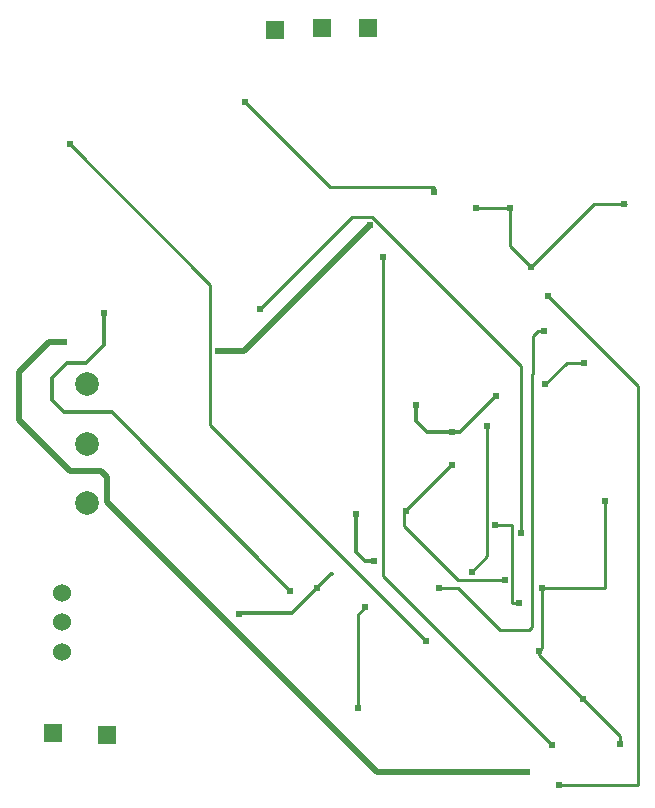
<source format=gbl>
G04 Layer: BottomLayer*
G04 EasyEDA v6.5.50, 2025-05-28 03:44:33*
G04 481f8348a4b54ded82698d34e4f8dad8,511818ccc1ea462d976f425f61ebd680,10*
G04 Gerber Generator version 0.2*
G04 Scale: 100 percent, Rotated: No, Reflected: No *
G04 Dimensions in millimeters *
G04 leading zeros omitted , absolute positions ,4 integer and 5 decimal *
%FSLAX45Y45*%
%MOMM*%

%ADD10C,0.3500*%
%ADD11C,0.2540*%
%ADD12C,0.5000*%
%ADD13C,0.3000*%
%ADD14R,1.5748X1.5748*%
%ADD15C,2.0000*%
%ADD16C,1.5240*%
%ADD17C,0.6096*%
%ADD18C,0.6200*%
%ADD19C,0.0100*%

%LPD*%
D10*
X3848100Y4737100D02*
G01*
X2336800Y6248400D01*
X1930400Y6248400D01*
X1828800Y6350000D01*
X1828800Y6540500D01*
X1955800Y6667500D01*
X2120900Y6667500D01*
X2273300Y6819900D01*
X2273300Y7086600D01*
D11*
X3465809Y8877795D02*
G01*
X4190207Y8153400D01*
X5067300Y8153400D01*
X5067300Y8115300D01*
X4826000Y5410200D02*
G01*
X4813300Y5397500D01*
X4813300Y5283200D01*
X5270500Y4826000D01*
X5651500Y4826000D01*
X5580125Y5291073D02*
G01*
X5727700Y5291073D01*
X5727700Y4635500D01*
X5788659Y4633976D01*
X5884925Y7480300D02*
G01*
X6418325Y8013700D01*
X6692900Y8013700D01*
X5884925Y7480300D02*
G01*
X5708700Y7656525D01*
X5708700Y7978124D01*
X5981700Y4762500D02*
G01*
X6515100Y4762500D01*
X6515100Y5499100D01*
X5956300Y4228152D02*
G01*
X5981700Y4253552D01*
X5981700Y4762500D01*
X5994400Y6934200D02*
G01*
X5943600Y6934200D01*
X5905500Y6896100D01*
X5905500Y6578600D01*
X5892800Y6565900D01*
X5892800Y4432300D01*
X5867400Y4406900D01*
X5626100Y4406900D01*
X5270500Y4762500D01*
X5105400Y4762500D01*
X6324600Y3822700D02*
G01*
X6642100Y3505200D01*
X6642100Y3441700D01*
X6127495Y3090418D02*
G01*
X6794500Y3090418D01*
X6794500Y6473444D01*
X6034531Y7233412D01*
X6324600Y3822700D02*
G01*
X5956300Y4191000D01*
X5956300Y4241800D01*
X5708650Y7978139D02*
G01*
X5422900Y7975600D01*
X4483100Y4597400D02*
G01*
X4419600Y4533900D01*
X4419600Y3746500D01*
X6007100Y6484873D02*
G01*
X6189725Y6667500D01*
X6337300Y6667500D01*
D12*
X1930400Y6845300D02*
G01*
X1803400Y6845300D01*
X1549400Y6591300D01*
X1549400Y6184900D01*
X1981200Y5753100D01*
X2247900Y5753100D01*
X2298700Y5702300D01*
X2298700Y5486400D01*
X4584700Y3200400D01*
X5854700Y3200400D01*
X3237356Y6768160D02*
G01*
X3462197Y6768160D01*
X4522952Y7828914D01*
D11*
X3596640Y7121905D02*
G01*
X4371441Y7896707D01*
X4545507Y7896707D01*
X5803696Y6638518D01*
X5803696Y5224170D01*
D13*
X3416300Y4540250D02*
G01*
X3422650Y4546600D01*
X3860800Y4546600D01*
X4072397Y4758197D01*
X4072397Y4758197D02*
G01*
X4191000Y4876800D01*
X4203700Y4876800D01*
X4406900Y5384800D02*
G01*
X4406900Y5067300D01*
X4483100Y4991100D01*
X4559300Y4991100D01*
X5220461Y5803900D02*
G01*
X4826000Y5410200D01*
X5219700Y6083300D02*
G01*
X5003800Y6083300D01*
X4914900Y6172200D01*
X4914900Y6311900D01*
X5588000Y6388100D02*
G01*
X5283200Y6083300D01*
X5219700Y6083300D01*
D11*
X5387924Y4897221D02*
G01*
X5519724Y5029022D01*
X5519724Y6132042D01*
X4636312Y7565339D02*
G01*
X4636312Y4862652D01*
X6068466Y3430498D01*
X1983054Y8515299D02*
G01*
X3172256Y7326096D01*
X3172256Y6138875D01*
X4996078Y4315053D01*
D14*
G01*
X4508500Y9499600D03*
G01*
X4114800Y9499600D03*
G01*
X3721100Y9486900D03*
G01*
X1844700Y3530600D03*
G01*
X2298700Y3517900D03*
D15*
G01*
X2130397Y5981692D03*
G01*
X2130397Y5480804D03*
G01*
X2130397Y6482580D03*
D16*
G01*
X1917700Y4220400D03*
G01*
X1917700Y4470387D03*
G01*
X1917700Y4720399D03*
D17*
G01*
X4996078Y4315053D03*
G01*
X1983054Y8515299D03*
G01*
X5803696Y5224170D03*
G01*
X3596640Y7121905D03*
G01*
X3848100Y4737100D03*
G01*
X4636312Y7565339D03*
G01*
X6068466Y3430498D03*
G01*
X4522952Y7828914D03*
G01*
X3237356Y6768160D03*
G01*
X5519724Y6132042D03*
G01*
X5387924Y4897221D03*
G01*
X6127546Y3090392D03*
G01*
X6034557Y7233462D03*
G01*
X5580176Y5291099D03*
G01*
X5788533Y4633899D03*
D18*
G01*
X5588000Y6388100D03*
G01*
X5219700Y6083300D03*
G01*
X4914900Y6311900D03*
G01*
X5220563Y5803900D03*
G01*
X4826000Y5410200D03*
G01*
X4406900Y5384800D03*
G01*
X4559300Y4991100D03*
G01*
X3416300Y4540250D03*
G01*
X4072397Y4758197D03*
G01*
X1930400Y6845300D03*
G01*
X5854700Y3200400D03*
G01*
X2273300Y7086600D03*
G01*
X6007100Y6484873D03*
G01*
X6337300Y6667500D03*
G01*
X5994400Y6934200D03*
G01*
X5105400Y4762500D03*
G01*
X4483100Y4597400D03*
G01*
X4419600Y3746500D03*
G01*
X5708700Y7978124D03*
G01*
X5422900Y7975600D03*
G01*
X6324600Y3822700D03*
G01*
X5956300Y4228152D03*
G01*
X6642100Y3441700D03*
G01*
X5981700Y4762500D03*
G01*
X6515100Y5499100D03*
G01*
X5884925Y7480300D03*
G01*
X6674838Y8013700D03*
G01*
X5664784Y4825314D03*
G01*
X3465809Y8877795D03*
G01*
X5067300Y8115300D03*
M02*

</source>
